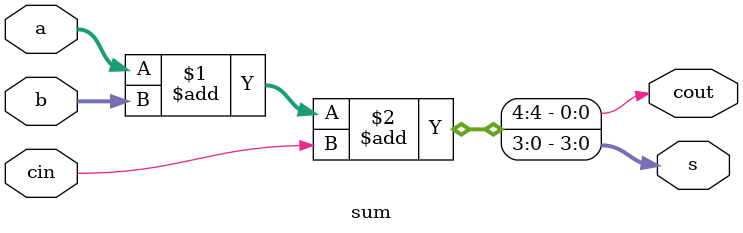
<source format=sv>
module sum #(parameter N = 4)
				(
				input logic[N-1:0] a, b,
				input logic cin,
				output logic[N-1:0] s,
				output logic cout
				);
				
		assign {cout, s} = a + b + cin;


endmodule
</source>
